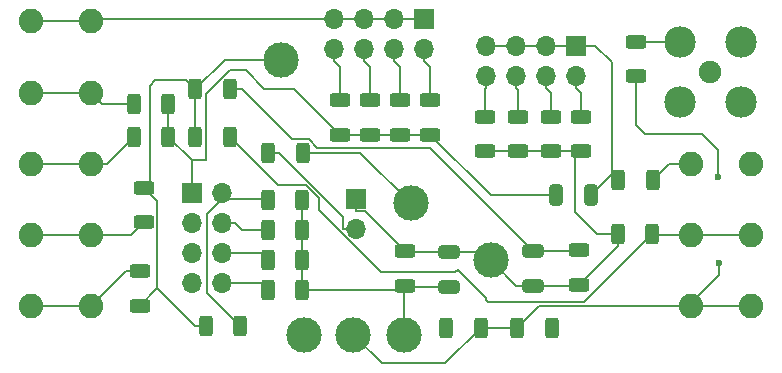
<source format=gbr>
%TF.GenerationSoftware,KiCad,Pcbnew,(6.0.4-0)*%
%TF.CreationDate,2023-08-14T15:40:46-05:00*%
%TF.ProjectId,model_cell,6d6f6465-6c5f-4636-956c-6c2e6b696361,rev?*%
%TF.SameCoordinates,Original*%
%TF.FileFunction,Copper,L1,Top*%
%TF.FilePolarity,Positive*%
%FSLAX46Y46*%
G04 Gerber Fmt 4.6, Leading zero omitted, Abs format (unit mm)*
G04 Created by KiCad (PCBNEW (6.0.4-0)) date 2023-08-14 15:40:46*
%MOMM*%
%LPD*%
G01*
G04 APERTURE LIST*
G04 Aperture macros list*
%AMRoundRect*
0 Rectangle with rounded corners*
0 $1 Rounding radius*
0 $2 $3 $4 $5 $6 $7 $8 $9 X,Y pos of 4 corners*
0 Add a 4 corners polygon primitive as box body*
4,1,4,$2,$3,$4,$5,$6,$7,$8,$9,$2,$3,0*
0 Add four circle primitives for the rounded corners*
1,1,$1+$1,$2,$3*
1,1,$1+$1,$4,$5*
1,1,$1+$1,$6,$7*
1,1,$1+$1,$8,$9*
0 Add four rect primitives between the rounded corners*
20,1,$1+$1,$2,$3,$4,$5,0*
20,1,$1+$1,$4,$5,$6,$7,0*
20,1,$1+$1,$6,$7,$8,$9,0*
20,1,$1+$1,$8,$9,$2,$3,0*%
G04 Aperture macros list end*
%TA.AperFunction,SMDPad,CuDef*%
%ADD10RoundRect,0.250000X0.312500X0.625000X-0.312500X0.625000X-0.312500X-0.625000X0.312500X-0.625000X0*%
%TD*%
%TA.AperFunction,ComponentPad*%
%ADD11C,2.082800*%
%TD*%
%TA.AperFunction,SMDPad,CuDef*%
%ADD12RoundRect,0.250000X-0.325000X-0.650000X0.325000X-0.650000X0.325000X0.650000X-0.325000X0.650000X0*%
%TD*%
%TA.AperFunction,SMDPad,CuDef*%
%ADD13RoundRect,0.250000X-0.312500X-0.625000X0.312500X-0.625000X0.312500X0.625000X-0.312500X0.625000X0*%
%TD*%
%TA.AperFunction,SMDPad,CuDef*%
%ADD14RoundRect,0.250000X0.650000X-0.325000X0.650000X0.325000X-0.650000X0.325000X-0.650000X-0.325000X0*%
%TD*%
%TA.AperFunction,ComponentPad*%
%ADD15R,1.700000X1.700000*%
%TD*%
%TA.AperFunction,ComponentPad*%
%ADD16O,1.700000X1.700000*%
%TD*%
%TA.AperFunction,SMDPad,CuDef*%
%ADD17RoundRect,0.250000X0.625000X-0.312500X0.625000X0.312500X-0.625000X0.312500X-0.625000X-0.312500X0*%
%TD*%
%TA.AperFunction,ComponentPad*%
%ADD18C,1.905000*%
%TD*%
%TA.AperFunction,ComponentPad*%
%ADD19C,2.667000*%
%TD*%
%TA.AperFunction,SMDPad,CuDef*%
%ADD20RoundRect,0.250000X-0.625000X0.312500X-0.625000X-0.312500X0.625000X-0.312500X0.625000X0.312500X0*%
%TD*%
%TA.AperFunction,ComponentPad*%
%ADD21C,3.000000*%
%TD*%
%TA.AperFunction,SMDPad,CuDef*%
%ADD22RoundRect,0.250000X-0.650000X0.325000X-0.650000X-0.325000X0.650000X-0.325000X0.650000X0.325000X0*%
%TD*%
%TA.AperFunction,ViaPad*%
%ADD23C,0.600000*%
%TD*%
%TA.AperFunction,Conductor*%
%ADD24C,0.127000*%
%TD*%
G04 APERTURE END LIST*
D10*
%TO.P,R51,1*%
%TO.N,Net-(H1-Pad1)*%
X45353700Y6108700D03*
%TO.P,R51,2*%
%TO.N,GND*%
X42428700Y6108700D03*
%TD*%
D11*
%TO.P,J9,1*%
%TO.N,Net-(J1-Pad1)*%
X62230000Y20002500D03*
X57150000Y20002500D03*
%TD*%
D10*
%TO.P,R17,1*%
%TO.N,Net-(Cma1-Pad1)*%
X24246700Y11851800D03*
%TO.P,R17,2*%
%TO.N,Net-(R17-Pad2)*%
X21321700Y11851800D03*
%TD*%
%TO.P,R18,1*%
%TO.N,Net-(Cma1-Pad1)*%
X24246700Y9311800D03*
%TO.P,R18,2*%
%TO.N,Net-(R18-Pad2)*%
X21321700Y9311800D03*
%TD*%
D11*
%TO.P,J4,1*%
%TO.N,Net-(J4-Pad1)*%
X6350000Y32067500D03*
X1270000Y32067500D03*
%TD*%
D12*
%TO.P,C20,1*%
%TO.N,Net-(C20-Pad1)*%
X45718200Y17335500D03*
%TO.P,C20,2*%
%TO.N,Net-(C20-Pad2)*%
X48668200Y17335500D03*
%TD*%
D10*
%TO.P,R15,1*%
%TO.N,Net-(Cma1-Pad1)*%
X24246700Y14391800D03*
%TO.P,R15,2*%
%TO.N,Net-(R15-Pad2)*%
X21321700Y14391800D03*
%TD*%
D13*
%TO.P,Rsb1,1*%
%TO.N,Net-(R2-Pad2)*%
X15199900Y26327100D03*
%TO.P,Rsb1,2*%
%TO.N,Net-(Cmb1-Pad1)*%
X18124900Y26327100D03*
%TD*%
D14*
%TO.P,Cma1,1*%
%TO.N,Net-(Cma1-Pad1)*%
X36677600Y9612100D03*
%TO.P,Cma1,2*%
%TO.N,Net-(Cma1-Pad2)*%
X36677600Y12562100D03*
%TD*%
D11*
%TO.P,J2,1*%
%TO.N,Net-(J2-Pad1)*%
X6350000Y7937500D03*
X1270000Y7937500D03*
%TD*%
%TO.P,J8,1*%
%TO.N,Net-(J8-Pad1)*%
X57150000Y13970000D03*
X62230000Y13970000D03*
%TD*%
D15*
%TO.P,H2,1,Pin_1*%
%TO.N,Net-(Cma1-Pad2)*%
X28752800Y17035700D03*
D16*
%TO.P,H2,2,Pin_2*%
%TO.N,Net-(H2-Pad2)*%
X28752800Y14495700D03*
%TD*%
D13*
%TO.P,RIa1,1*%
%TO.N,Net-(R2-Pad2)*%
X15199900Y22263100D03*
%TO.P,RIa1,2*%
%TO.N,Net-(J8-Pad1)*%
X18124900Y22263100D03*
%TD*%
D17*
%TO.P,R14,1*%
%TO.N,Net-(Cma1-Pad2)*%
X39725600Y21054600D03*
%TO.P,R14,2*%
%TO.N,Net-(R14-Pad2)*%
X39725600Y23979600D03*
%TD*%
D18*
%TO.P,J1,1,In*%
%TO.N,Net-(J1-Pad1)*%
X58801000Y27749500D03*
D19*
%TO.P,J1,2,Ext*%
%TO.N,Net-(J1-Pad2)*%
X56251100Y30299400D03*
%TO.P,J1,3*%
%TO.N,N/C*%
X61350900Y30299400D03*
%TO.P,J1,4*%
X61350900Y25199600D03*
%TO.P,J1,5*%
X56251100Y25199600D03*
%TD*%
D11*
%TO.P,J7,1*%
%TO.N,GND*%
X57150000Y7937500D03*
X62230000Y7937500D03*
%TD*%
D13*
%TO.P,R4,1*%
%TO.N,Net-(J5-Pad1)*%
X9967500Y25082500D03*
%TO.P,R4,2*%
%TO.N,Net-(C20-Pad1)*%
X12892500Y25082500D03*
%TD*%
D20*
%TO.P,R2,1*%
%TO.N,Net-(J2-Pad1)*%
X10515600Y10924000D03*
%TO.P,R2,2*%
%TO.N,Net-(R2-Pad2)*%
X10515600Y7999000D03*
%TD*%
D21*
%TO.P,G3,1,1*%
%TO.N,GND*%
X28575000Y5524500D03*
%TD*%
D15*
%TO.P,REJ1,1,Pin_1*%
%TO.N,Net-(C20-Pad2)*%
X47437200Y29989700D03*
D16*
%TO.P,REJ1,2,Pin_2*%
%TO.N,Net-(R11-Pad2)*%
X47437200Y27449700D03*
%TO.P,REJ1,3,Pin_3*%
%TO.N,Net-(C20-Pad2)*%
X44897200Y29989700D03*
%TO.P,REJ1,4,Pin_4*%
%TO.N,Net-(R12-Pad2)*%
X44897200Y27449700D03*
%TO.P,REJ1,5,Pin_5*%
%TO.N,Net-(C20-Pad2)*%
X42357200Y29989700D03*
%TO.P,REJ1,6,Pin_6*%
%TO.N,Net-(R13-Pad2)*%
X42357200Y27449700D03*
%TO.P,REJ1,7,Pin_7*%
%TO.N,Net-(C20-Pad2)*%
X39817200Y29989700D03*
%TO.P,REJ1,8,Pin_8*%
%TO.N,Net-(R14-Pad2)*%
X39817200Y27449700D03*
%TD*%
D22*
%TO.P,Cmb1,1*%
%TO.N,Net-(Cmb1-Pad1)*%
X43738800Y12653000D03*
%TO.P,Cmb1,2*%
%TO.N,Net-(Cma1-Pad2)*%
X43738800Y9703000D03*
%TD*%
D13*
%TO.P,R16,1*%
%TO.N,Net-(C20-Pad2)*%
X50988500Y18605500D03*
%TO.P,R16,2*%
%TO.N,Net-(J1-Pad1)*%
X53913500Y18605500D03*
%TD*%
D21*
%TO.P,T4,1,1*%
%TO.N,Net-(R2-Pad2)*%
X22453600Y28765500D03*
%TD*%
D17*
%TO.P,R12,1*%
%TO.N,Net-(Cma1-Pad2)*%
X45313600Y21054600D03*
%TO.P,R12,2*%
%TO.N,Net-(R12-Pad2)*%
X45313600Y23979600D03*
%TD*%
D11*
%TO.P,J6,1*%
%TO.N,Net-(J6-Pad1)*%
X1270000Y20002500D03*
X6350000Y20002500D03*
%TD*%
D17*
%TO.P,R13,1*%
%TO.N,Net-(Cma1-Pad2)*%
X42519600Y21054600D03*
%TO.P,R13,2*%
%TO.N,Net-(R13-Pad2)*%
X42519600Y23979600D03*
%TD*%
D15*
%TO.P,RpcJ1,1,Pin_1*%
%TO.N,Net-(J4-Pad1)*%
X34584800Y32275700D03*
D16*
%TO.P,RpcJ1,2,Pin_2*%
%TO.N,Net-(R6-Pad1)*%
X34584800Y29735700D03*
%TO.P,RpcJ1,3,Pin_3*%
%TO.N,Net-(J4-Pad1)*%
X32044800Y32275700D03*
%TO.P,RpcJ1,4,Pin_4*%
%TO.N,Net-(R7-Pad1)*%
X32044800Y29735700D03*
%TO.P,RpcJ1,5,Pin_5*%
%TO.N,Net-(J4-Pad1)*%
X29504800Y32275700D03*
%TO.P,RpcJ1,6,Pin_6*%
%TO.N,Net-(R8-Pad1)*%
X29504800Y29735700D03*
%TO.P,RpcJ1,7,Pin_7*%
%TO.N,Net-(J4-Pad1)*%
X26964800Y32275700D03*
%TO.P,RpcJ1,8,Pin_8*%
%TO.N,Net-(R9-Pad1)*%
X26964800Y29735700D03*
%TD*%
D10*
%TO.P,R10,1*%
%TO.N,Net-(Cma1-Pad1)*%
X24246700Y16931800D03*
%TO.P,R10,2*%
%TO.N,Net-(R10-Pad2)*%
X21321700Y16931800D03*
%TD*%
D20*
%TO.P,Rmb1,1*%
%TO.N,Net-(Cmb1-Pad1)*%
X47650400Y12691300D03*
%TO.P,Rmb1,2*%
%TO.N,Net-(Cma1-Pad2)*%
X47650400Y9766300D03*
%TD*%
D21*
%TO.P,T3,1,1*%
%TO.N,Net-(Cma1-Pad2)*%
X40182800Y11849100D03*
%TD*%
D20*
%TO.P,R1,1*%
%TO.N,Net-(J1-Pad2)*%
X52476400Y30329600D03*
%TO.P,R1,2*%
%TO.N,GND*%
X52476400Y27404600D03*
%TD*%
D13*
%TO.P,R5,1*%
%TO.N,Net-(J6-Pad1)*%
X9967500Y22288500D03*
%TO.P,R5,2*%
%TO.N,Net-(C20-Pad1)*%
X12892500Y22288500D03*
%TD*%
%TO.P,R20,1*%
%TO.N,Net-(H2-Pad2)*%
X21346700Y20942300D03*
%TO.P,R20,2*%
%TO.N,GND*%
X24271700Y20942300D03*
%TD*%
D21*
%TO.P,G5,1,1*%
%TO.N,GND*%
X33426400Y16675100D03*
%TD*%
%TO.P,T1,1,1*%
%TO.N,Net-(C20-Pad1)*%
X24384000Y5524500D03*
%TD*%
D20*
%TO.P,R9,1*%
%TO.N,Net-(R9-Pad1)*%
X27432000Y25402000D03*
%TO.P,R9,2*%
%TO.N,Net-(C20-Pad1)*%
X27432000Y22477000D03*
%TD*%
D17*
%TO.P,Rma1,1*%
%TO.N,Net-(Cma1-Pad1)*%
X32969200Y9675400D03*
%TO.P,Rma1,2*%
%TO.N,Net-(Cma1-Pad2)*%
X32969200Y12600400D03*
%TD*%
D20*
%TO.P,R6,1*%
%TO.N,Net-(R6-Pad1)*%
X35052000Y25402000D03*
%TO.P,R6,2*%
%TO.N,Net-(C20-Pad1)*%
X35052000Y22477000D03*
%TD*%
D15*
%TO.P,SRJ1,1,Pin_1*%
%TO.N,Net-(C20-Pad1)*%
X14930200Y17528700D03*
D16*
%TO.P,SRJ1,2,Pin_2*%
%TO.N,Net-(R10-Pad2)*%
X17470200Y17528700D03*
%TO.P,SRJ1,3,Pin_3*%
%TO.N,Net-(C20-Pad1)*%
X14930200Y14988700D03*
%TO.P,SRJ1,4,Pin_4*%
%TO.N,Net-(R15-Pad2)*%
X17470200Y14988700D03*
%TO.P,SRJ1,5,Pin_5*%
%TO.N,Net-(C20-Pad1)*%
X14930200Y12448700D03*
%TO.P,SRJ1,6,Pin_6*%
%TO.N,Net-(R17-Pad2)*%
X17470200Y12448700D03*
%TO.P,SRJ1,7,Pin_7*%
%TO.N,Net-(C20-Pad1)*%
X14930200Y9908700D03*
%TO.P,SRJ1,8,Pin_8*%
%TO.N,Net-(R18-Pad2)*%
X17470200Y9908700D03*
%TD*%
D20*
%TO.P,R8,1*%
%TO.N,Net-(R8-Pad1)*%
X29972000Y25402000D03*
%TO.P,R8,2*%
%TO.N,Net-(C20-Pad1)*%
X29972000Y22477000D03*
%TD*%
D21*
%TO.P,T2,1,1*%
%TO.N,Net-(Cma1-Pad1)*%
X32893000Y5524500D03*
%TD*%
D13*
%TO.P,RI1,1*%
%TO.N,Net-(Cma1-Pad2)*%
X50963100Y14084300D03*
%TO.P,RI1,2*%
%TO.N,Net-(J8-Pad1)*%
X53888100Y14084300D03*
%TD*%
D10*
%TO.P,RI2,1*%
%TO.N,Net-(R10-Pad2)*%
X18988500Y6311900D03*
%TO.P,RI2,2*%
%TO.N,Net-(R2-Pad2)*%
X16063500Y6311900D03*
%TD*%
D17*
%TO.P,R11,1*%
%TO.N,Net-(Cma1-Pad2)*%
X47853600Y21054600D03*
%TO.P,R11,2*%
%TO.N,Net-(R11-Pad2)*%
X47853600Y23979600D03*
%TD*%
D13*
%TO.P,R71,1*%
%TO.N,Net-(H5-Pad1)*%
X36434300Y6108700D03*
%TO.P,R71,2*%
%TO.N,GND*%
X39359300Y6108700D03*
%TD*%
D17*
%TO.P,R3,1*%
%TO.N,Net-(J3-Pad1)*%
X10871200Y15060200D03*
%TO.P,R3,2*%
%TO.N,Net-(R2-Pad2)*%
X10871200Y17985200D03*
%TD*%
D11*
%TO.P,J5,1*%
%TO.N,Net-(J5-Pad1)*%
X6350000Y26035000D03*
X1270000Y26035000D03*
%TD*%
D20*
%TO.P,R7,1*%
%TO.N,Net-(R7-Pad1)*%
X32512000Y25402000D03*
%TO.P,R7,2*%
%TO.N,Net-(C20-Pad1)*%
X32512000Y22477000D03*
%TD*%
D11*
%TO.P,J3,1*%
%TO.N,Net-(J3-Pad1)*%
X1270000Y13970000D03*
X6350000Y13970000D03*
%TD*%
D23*
%TO.N,GND*%
X59537600Y11595100D03*
X59436000Y18859500D03*
%TD*%
D24*
%TO.N,GND*%
X57150000Y8191500D02*
X59537600Y10579100D01*
X59537600Y10579100D02*
X59537600Y11595100D01*
X44257500Y7937500D02*
X42428700Y6108700D01*
X62230000Y7937500D02*
X57150000Y7937500D01*
X57150000Y7937500D02*
X44257500Y7937500D01*
X57150000Y7937500D02*
X57150000Y8191500D01*
%TO.N,Net-(J8-Pad1)*%
X62230000Y13970000D02*
X57150000Y13970000D01*
X57150000Y13970000D02*
X54002400Y13970000D01*
X54002400Y13970000D02*
X53888100Y14084300D01*
%TO.N,Net-(J1-Pad1)*%
X57150000Y20002500D02*
X55310500Y20002500D01*
X55310500Y20002500D02*
X53913500Y18605500D01*
%TO.N,Net-(J8-Pad1)*%
X53888100Y14084300D02*
X48096900Y8293100D01*
X48096900Y8293100D02*
X39979600Y8293100D01*
X39979600Y8293100D02*
X39776400Y8496300D01*
X39776400Y8496300D02*
X39776400Y8648700D01*
X39225250Y9199850D02*
X39776400Y8648700D01*
X39776400Y8648700D02*
X39819550Y8605550D01*
X18124900Y22263100D02*
X22156500Y18231500D01*
X22156500Y18231500D02*
X24563600Y18231500D01*
X37205900Y10817500D02*
X37406750Y11018350D01*
X24563600Y18231500D02*
X25663600Y17131500D01*
X25663600Y16102800D02*
X30948900Y10817500D01*
X25663600Y17131500D02*
X25663600Y16102800D01*
X30948900Y10817500D02*
X37205900Y10817500D01*
X37406750Y11018350D02*
X39301250Y9123850D01*
%TO.N,Net-(Cma1-Pad2)*%
X36677600Y12562100D02*
X39469800Y12562100D01*
X39469800Y12562100D02*
X40182800Y11849100D01*
X43738800Y9703000D02*
X42328900Y9703000D01*
X42328900Y9703000D02*
X40182800Y11849100D01*
%TO.N,Net-(C20-Pad2)*%
X47437200Y29989700D02*
X49067800Y29989700D01*
X49067800Y29989700D02*
X50463400Y28594100D01*
X50463400Y28594100D02*
X50463400Y19130700D01*
%TO.N,Net-(R2-Pad2)*%
X10871200Y17985200D02*
X11328400Y18442400D01*
X11328400Y18442400D02*
X11328400Y26631900D01*
X11328400Y26631900D02*
X11785600Y27089100D01*
X11785600Y27089100D02*
X14437900Y27089100D01*
X14437900Y27089100D02*
X15199900Y26327100D01*
%TO.N,Net-(C20-Pad1)*%
X27432000Y22477000D02*
X23531100Y26377900D01*
X23531100Y26377900D02*
X21031200Y26377900D01*
X21031200Y26377900D02*
X19456400Y27952700D01*
X19456400Y27952700D02*
X18087481Y27952700D01*
X18087481Y27952700D02*
X16085400Y25950619D01*
X16085400Y25950619D02*
X16085400Y20314500D01*
X16085400Y20314500D02*
X14866500Y20314500D01*
%TO.N,GND*%
X39359300Y6108700D02*
X36362100Y3111500D01*
X36362100Y3111500D02*
X30988000Y3111500D01*
X30988000Y3111500D02*
X28575000Y5524500D01*
X59436000Y18859500D02*
X59436000Y21196300D01*
X42428700Y6108700D02*
X39359300Y6108700D01*
X58064400Y22567900D02*
X53238400Y22567900D01*
X24271700Y20942300D02*
X29159200Y20942300D01*
X53238400Y22567900D02*
X52476400Y23329900D01*
X52476400Y23329900D02*
X52476400Y27404600D01*
X29159200Y20942300D02*
X33426400Y16675100D01*
X59436000Y21196300D02*
X58064400Y22567900D01*
%TO.N,Net-(Cma1-Pad1)*%
X33032500Y9612100D02*
X33032500Y9451300D01*
X33032500Y9612100D02*
X32969200Y9675400D01*
X24246700Y11851800D02*
X24246700Y9311800D01*
X33032500Y9451300D02*
X32893000Y9311800D01*
X36677600Y9612100D02*
X33032500Y9612100D01*
X32893000Y5524500D02*
X32893000Y9311800D01*
X24246700Y16931800D02*
X24246700Y14391800D01*
X24246700Y14391800D02*
X24246700Y11851800D01*
X32893000Y9311800D02*
X24246700Y9311800D01*
%TO.N,Net-(Cma1-Pad2)*%
X47853600Y21054600D02*
X45313600Y21054600D01*
X50963100Y14084300D02*
X50963100Y13079000D01*
X29574500Y15995100D02*
X32969200Y12600400D01*
X47294800Y15963900D02*
X47294800Y20495800D01*
X47294800Y20495800D02*
X47853600Y21054600D01*
X28752800Y17035700D02*
X28752800Y15995100D01*
X42519600Y21054600D02*
X39725600Y21054600D01*
X33007500Y12562100D02*
X36677600Y12562100D01*
X50963100Y14084300D02*
X49174400Y14084300D01*
X28752800Y15995100D02*
X29574500Y15995100D01*
X47650400Y9766300D02*
X47587100Y9703000D01*
X47587100Y9703000D02*
X43738800Y9703000D01*
X50963100Y13079000D02*
X47650400Y9766300D01*
X45313600Y21054600D02*
X42519600Y21054600D01*
X32969200Y12600400D02*
X33007500Y12562100D01*
X49174400Y14084300D02*
X47294800Y15963900D01*
%TO.N,Net-(C20-Pad1)*%
X14866500Y20314500D02*
X12892500Y22288500D01*
X14930200Y18569300D02*
X14930200Y20250800D01*
X32512000Y22477000D02*
X35052000Y22477000D01*
X14930200Y17528700D02*
X14930200Y18569300D01*
X45718200Y17335500D02*
X40193500Y17335500D01*
X29972000Y22477000D02*
X27432000Y22477000D01*
X12892500Y22288500D02*
X12892500Y25082500D01*
X14930200Y20250800D02*
X14866500Y20314500D01*
X40193500Y17335500D02*
X35052000Y22477000D01*
X32512000Y22477000D02*
X29972000Y22477000D01*
%TO.N,Net-(C20-Pad2)*%
X42357200Y29989700D02*
X44897200Y29989700D01*
X50988500Y18605500D02*
X50463400Y19130700D01*
X50463400Y19130700D02*
X48668200Y17335500D01*
X44897200Y29989700D02*
X47437200Y29989700D01*
X39817200Y29989700D02*
X42357200Y29989700D01*
%TO.N,Net-(H2-Pad2)*%
X27712200Y14495700D02*
X27712200Y15505600D01*
X28752800Y14495700D02*
X27712200Y14495700D01*
X22275500Y20942300D02*
X21346700Y20942300D01*
X27712200Y15505600D02*
X22275500Y20942300D01*
%TO.N,Net-(R11-Pad2)*%
X47853600Y25992700D02*
X47853600Y23979600D01*
X47437200Y26409100D02*
X47853600Y25992700D01*
X47437200Y27449700D02*
X47437200Y26409100D01*
%TO.N,Net-(R12-Pad2)*%
X45313600Y25992700D02*
X45313600Y23979600D01*
X44897200Y26409100D02*
X45313600Y25992700D01*
X44897200Y27449700D02*
X44897200Y26409100D01*
%TO.N,Net-(R13-Pad2)*%
X42519600Y26246700D02*
X42519600Y23979600D01*
X42357200Y26409100D02*
X42519600Y26246700D01*
X42357200Y27449700D02*
X42357200Y26409100D01*
%TO.N,Net-(R14-Pad2)*%
X39817200Y27449700D02*
X39817200Y26409100D01*
X39817200Y26409100D02*
X39725600Y26317500D01*
X39725600Y26317500D02*
X39725600Y23979600D01*
%TO.N,Net-(Cmb1-Pad1)*%
X47612100Y12653000D02*
X47650400Y12691300D01*
X43738800Y12653000D02*
X47612100Y12653000D01*
X35022100Y21369700D02*
X43738800Y12653000D01*
X19151600Y26327100D02*
X23398380Y22080320D01*
X18124900Y26327100D02*
X19151600Y26327100D01*
X25507319Y21369700D02*
X35022100Y21369700D01*
X23398380Y22080320D02*
X24796699Y22080320D01*
X24796699Y22080320D02*
X25507319Y21369700D01*
%TO.N,Net-(J2-Pad1)*%
X6350000Y7937500D02*
X9336500Y10924000D01*
X6350000Y7937500D02*
X1270000Y7937500D01*
X9336500Y10924000D02*
X10515600Y10924000D01*
%TO.N,Net-(R2-Pad2)*%
X15199900Y22263100D02*
X15199900Y26327100D01*
X11983600Y16872800D02*
X10871200Y17985200D01*
X15138700Y6311900D02*
X16063500Y6311900D01*
X22402800Y28816300D02*
X17689100Y28816300D01*
X17689100Y28816300D02*
X15199900Y26327100D01*
X22453600Y28765500D02*
X22402800Y28816300D01*
X11983600Y9467000D02*
X15138700Y6311900D01*
X11983600Y9467000D02*
X11983600Y16872800D01*
X10515600Y7999000D02*
X11983600Y9467000D01*
%TO.N,Net-(J3-Pad1)*%
X10871200Y15060200D02*
X9781000Y13970000D01*
X6350000Y13970000D02*
X1270000Y13970000D01*
X9781000Y13970000D02*
X6350000Y13970000D01*
%TO.N,Net-(J5-Pad1)*%
X1270000Y26035000D02*
X6350000Y26035000D01*
X6350000Y26035000D02*
X7302500Y25082500D01*
X7302500Y25082500D02*
X9967500Y25082500D01*
%TO.N,Net-(J6-Pad1)*%
X6350000Y20002500D02*
X7681500Y20002500D01*
X1270000Y20002500D02*
X6350000Y20002500D01*
X7681500Y20002500D02*
X9967500Y22288500D01*
%TO.N,Net-(R6-Pad1)*%
X35052000Y28227900D02*
X35052000Y25402000D01*
X34584800Y29735700D02*
X34584800Y28695100D01*
X34584800Y28695100D02*
X35052000Y28227900D01*
%TO.N,Net-(J1-Pad2)*%
X56251100Y30299400D02*
X52506600Y30299400D01*
X52506600Y30299400D02*
X52476400Y30329600D01*
%TO.N,Net-(R7-Pad1)*%
X32044800Y29735700D02*
X32044800Y28695100D01*
X32512000Y28227900D02*
X32512000Y25402000D01*
X32044800Y28695100D02*
X32512000Y28227900D01*
%TO.N,Net-(R8-Pad1)*%
X29504800Y28695100D02*
X29972000Y28227900D01*
X29504800Y29735700D02*
X29504800Y28695100D01*
X29972000Y28227900D02*
X29972000Y25402000D01*
%TO.N,Net-(R9-Pad1)*%
X26964800Y29735700D02*
X26964800Y28695100D01*
X27432000Y28227900D02*
X27432000Y25402000D01*
X26964800Y28695100D02*
X27432000Y28227900D01*
%TO.N,Net-(R10-Pad2)*%
X17470200Y17528700D02*
X17470200Y17008400D01*
X16205200Y9095200D02*
X16205200Y15743400D01*
X21245100Y17008400D02*
X21321700Y16931800D01*
X17470200Y17008400D02*
X21245100Y17008400D01*
X16205200Y15743400D02*
X17470200Y17008400D01*
X18988500Y6311900D02*
X16205200Y9095200D01*
%TO.N,Net-(R15-Pad2)*%
X18510800Y14988700D02*
X19107700Y14391800D01*
X19107700Y14391800D02*
X21321700Y14391800D01*
X17470200Y14988700D02*
X18510800Y14988700D01*
%TO.N,Net-(R17-Pad2)*%
X20724800Y12448700D02*
X21321700Y11851800D01*
X17470200Y12448700D02*
X20724800Y12448700D01*
%TO.N,Net-(R18-Pad2)*%
X20724800Y9908700D02*
X21321700Y9311800D01*
X17470200Y9908700D02*
X20724800Y9908700D01*
%TO.N,Net-(J4-Pad1)*%
X29504800Y32275700D02*
X32044800Y32275700D01*
X29504800Y32275700D02*
X26964800Y32275700D01*
X6558200Y32275700D02*
X6350000Y32067500D01*
X26964800Y32275700D02*
X6558200Y32275700D01*
X32044800Y32275700D02*
X34584800Y32275700D01*
X6350000Y32067500D02*
X1270000Y32067500D01*
%TD*%
M02*

</source>
